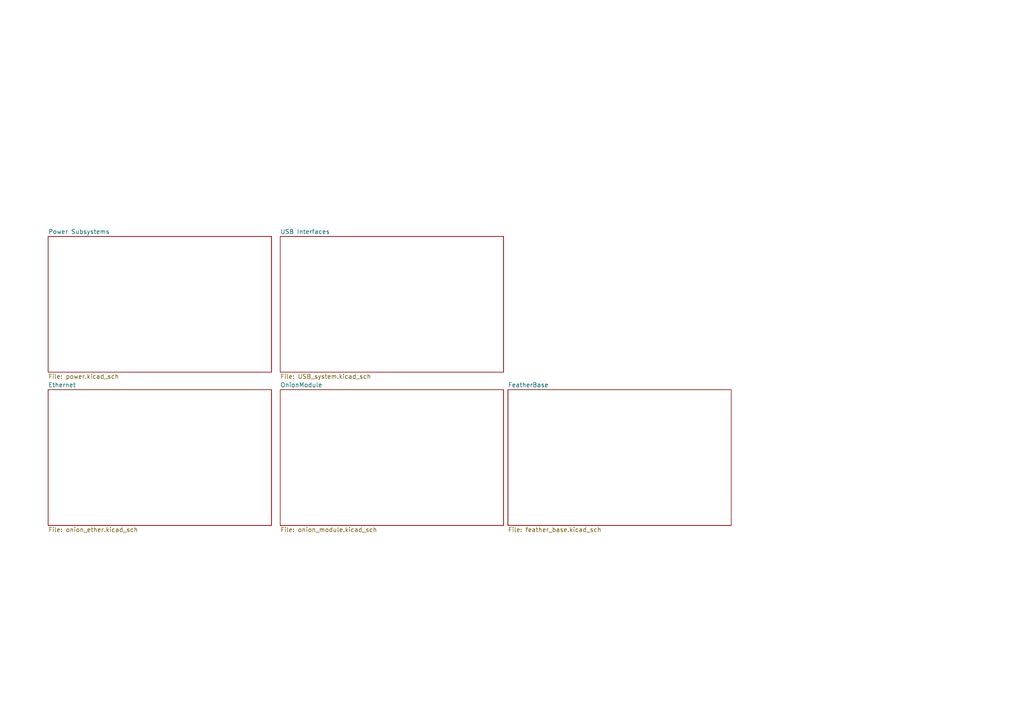
<source format=kicad_sch>
(kicad_sch (version 20201015) (generator eeschema)
  (page 1 6)
  (paper "A4")
  (lib_symbols)
  (sheet (at 13.97 113.03) (size 64.77 39.37)
    (property "Sheet name" "Ethernet" (at 13.97 112.3945 0) (effects (justify left bottom)))
    (property "Sheet file" "onion_ether.kicad_sch" (at 13.97 152.9085 0) (effects (justify left top)))
  )
  (sheet (at 147.32 113.03) (size 64.77 39.37)
    (property "Sheet name" "FeatherBase" (at 147.32 112.3945 0) (effects (justify left bottom)))
    (property "Sheet file" "feather_base.kicad_sch" (at 147.32 152.9085 0) (effects (justify left top)))
  )
  (sheet (at 81.28 113.03) (size 64.77 39.37)
    (property "Sheet name" "OnionModule" (at 81.28 112.3945 0) (effects (justify left bottom)))
    (property "Sheet file" "onion_module.kicad_sch" (at 81.28 152.9085 0) (effects (justify left top)))
  )
  (sheet (at 13.97 68.58) (size 64.77 39.37)
    (property "Sheet name" "Power Subsystems" (at 13.97 67.9445 0) (effects (justify left bottom)))
    (property "Sheet file" "power.kicad_sch" (at 13.97 108.4585 0) (effects (justify left top)))
  )
  (sheet (at 81.28 68.58) (size 64.77 39.37)
    (property "Sheet name" "USB Interfaces" (at 81.28 67.9445 0) (effects (justify left bottom)))
    (property "Sheet file" "USB_system.kicad_sch" (at 81.28 108.4585 0) (effects (justify left top)))
  )
)
</source>
